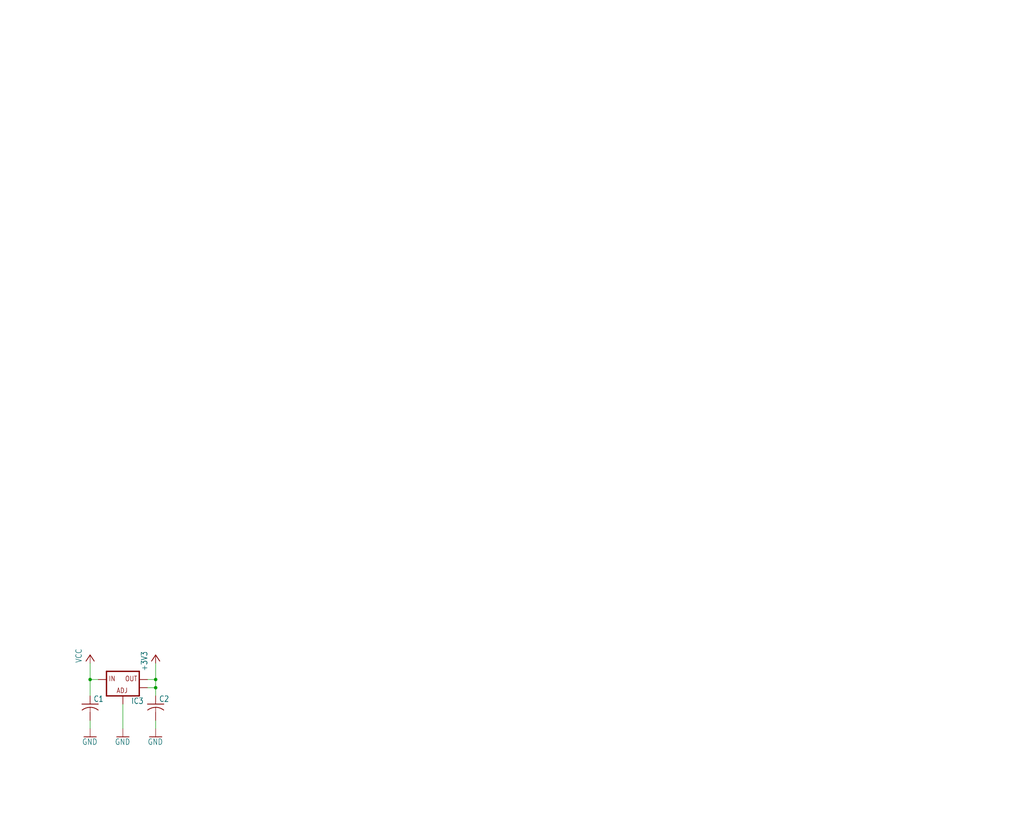
<source format=kicad_sch>
(kicad_sch
	(version 20231120)
	(generator "eeschema")
	(generator_version "8.0")
	(uuid "ce78243b-842f-4d35-9d62-4c035471743b")
	(paper "User" 317.5 254.127)
	(lib_symbols
		(symbol "Fake6523-eagle-import:+3V3"
			(power)
			(exclude_from_sim no)
			(in_bom yes)
			(on_board yes)
			(property "Reference" "#+3V3"
				(at 0 0 0)
				(effects
					(font
						(size 1.27 1.27)
					)
					(hide yes)
				)
			)
			(property "Value" "+3V3"
				(at -2.54 -5.08 90)
				(effects
					(font
						(size 1.778 1.5113)
					)
					(justify left bottom)
				)
			)
			(property "Footprint" ""
				(at 0 0 0)
				(effects
					(font
						(size 1.27 1.27)
					)
					(hide yes)
				)
			)
			(property "Datasheet" ""
				(at 0 0 0)
				(effects
					(font
						(size 1.27 1.27)
					)
					(hide yes)
				)
			)
			(property "Description" ""
				(at 0 0 0)
				(effects
					(font
						(size 1.27 1.27)
					)
					(hide yes)
				)
			)
			(property "ki_locked" ""
				(at 0 0 0)
				(effects
					(font
						(size 1.27 1.27)
					)
				)
			)
			(symbol "+3V3_1_0"
				(polyline
					(pts
						(xy 0 0) (xy -1.27 -1.905)
					)
					(stroke
						(width 0.254)
						(type solid)
					)
					(fill
						(type none)
					)
				)
				(polyline
					(pts
						(xy 1.27 -1.905) (xy 0 0)
					)
					(stroke
						(width 0.254)
						(type solid)
					)
					(fill
						(type none)
					)
				)
				(pin power_in line
					(at 0 -2.54 90)
					(length 2.54)
					(name "+3V3"
						(effects
							(font
								(size 0 0)
							)
						)
					)
					(number "1"
						(effects
							(font
								(size 0 0)
							)
						)
					)
				)
			)
		)
		(symbol "Fake6523-eagle-import:C-USC0805"
			(exclude_from_sim no)
			(in_bom yes)
			(on_board yes)
			(property "Reference" "C"
				(at 1.016 0.635 0)
				(effects
					(font
						(size 1.778 1.5113)
					)
					(justify left bottom)
				)
			)
			(property "Value" ""
				(at 1.016 -4.191 0)
				(effects
					(font
						(size 1.778 1.5113)
					)
					(justify left bottom)
				)
			)
			(property "Footprint" "Fake6523:C0805"
				(at 0 0 0)
				(effects
					(font
						(size 1.27 1.27)
					)
					(hide yes)
				)
			)
			(property "Datasheet" ""
				(at 0 0 0)
				(effects
					(font
						(size 1.27 1.27)
					)
					(hide yes)
				)
			)
			(property "Description" ""
				(at 0 0 0)
				(effects
					(font
						(size 1.27 1.27)
					)
					(hide yes)
				)
			)
			(property "ki_locked" ""
				(at 0 0 0)
				(effects
					(font
						(size 1.27 1.27)
					)
				)
			)
			(symbol "C-USC0805_1_0"
				(arc
					(start 0 -1.0161)
					(mid -1.302 -1.2303)
					(end -2.4668 -1.8504)
					(stroke
						(width 0.254)
						(type solid)
					)
					(fill
						(type none)
					)
				)
				(polyline
					(pts
						(xy -2.54 0) (xy 2.54 0)
					)
					(stroke
						(width 0.254)
						(type solid)
					)
					(fill
						(type none)
					)
				)
				(polyline
					(pts
						(xy 0 -1.016) (xy 0 -2.54)
					)
					(stroke
						(width 0.1524)
						(type solid)
					)
					(fill
						(type none)
					)
				)
				(arc
					(start 2.4892 -1.8541)
					(mid 1.3158 -1.2194)
					(end 0 -1)
					(stroke
						(width 0.254)
						(type solid)
					)
					(fill
						(type none)
					)
				)
				(pin passive line
					(at 0 2.54 270)
					(length 2.54)
					(name "1"
						(effects
							(font
								(size 0 0)
							)
						)
					)
					(number "1"
						(effects
							(font
								(size 0 0)
							)
						)
					)
				)
				(pin passive line
					(at 0 -5.08 90)
					(length 2.54)
					(name "2"
						(effects
							(font
								(size 0 0)
							)
						)
					)
					(number "2"
						(effects
							(font
								(size 0 0)
							)
						)
					)
				)
			)
		)
		(symbol "Fake6523-eagle-import:GND"
			(power)
			(exclude_from_sim no)
			(in_bom yes)
			(on_board yes)
			(property "Reference" "#GND"
				(at 0 0 0)
				(effects
					(font
						(size 1.27 1.27)
					)
					(hide yes)
				)
			)
			(property "Value" "GND"
				(at -2.54 -2.54 0)
				(effects
					(font
						(size 1.778 1.5113)
					)
					(justify left bottom)
				)
			)
			(property "Footprint" ""
				(at 0 0 0)
				(effects
					(font
						(size 1.27 1.27)
					)
					(hide yes)
				)
			)
			(property "Datasheet" ""
				(at 0 0 0)
				(effects
					(font
						(size 1.27 1.27)
					)
					(hide yes)
				)
			)
			(property "Description" ""
				(at 0 0 0)
				(effects
					(font
						(size 1.27 1.27)
					)
					(hide yes)
				)
			)
			(property "ki_locked" ""
				(at 0 0 0)
				(effects
					(font
						(size 1.27 1.27)
					)
				)
			)
			(symbol "GND_1_0"
				(polyline
					(pts
						(xy -1.905 0) (xy 1.905 0)
					)
					(stroke
						(width 0.254)
						(type solid)
					)
					(fill
						(type none)
					)
				)
				(pin power_in line
					(at 0 2.54 270)
					(length 2.54)
					(name "GND"
						(effects
							(font
								(size 0 0)
							)
						)
					)
					(number "1"
						(effects
							(font
								(size 0 0)
							)
						)
					)
				)
			)
		)
		(symbol "Fake6523-eagle-import:VCC"
			(power)
			(exclude_from_sim no)
			(in_bom yes)
			(on_board yes)
			(property "Reference" "#P+"
				(at 0 0 0)
				(effects
					(font
						(size 1.27 1.27)
					)
					(hide yes)
				)
			)
			(property "Value" "VCC"
				(at -2.54 -2.54 90)
				(effects
					(font
						(size 1.778 1.5113)
					)
					(justify left bottom)
				)
			)
			(property "Footprint" ""
				(at 0 0 0)
				(effects
					(font
						(size 1.27 1.27)
					)
					(hide yes)
				)
			)
			(property "Datasheet" ""
				(at 0 0 0)
				(effects
					(font
						(size 1.27 1.27)
					)
					(hide yes)
				)
			)
			(property "Description" ""
				(at 0 0 0)
				(effects
					(font
						(size 1.27 1.27)
					)
					(hide yes)
				)
			)
			(property "ki_locked" ""
				(at 0 0 0)
				(effects
					(font
						(size 1.27 1.27)
					)
				)
			)
			(symbol "VCC_1_0"
				(polyline
					(pts
						(xy 0 0) (xy -1.27 -1.905)
					)
					(stroke
						(width 0.254)
						(type solid)
					)
					(fill
						(type none)
					)
				)
				(polyline
					(pts
						(xy 1.27 -1.905) (xy 0 0)
					)
					(stroke
						(width 0.254)
						(type solid)
					)
					(fill
						(type none)
					)
				)
				(pin power_in line
					(at 0 -2.54 90)
					(length 2.54)
					(name "VCC"
						(effects
							(font
								(size 0 0)
							)
						)
					)
					(number "1"
						(effects
							(font
								(size 0 0)
							)
						)
					)
				)
			)
		)
		(symbol "Fake6523-eagle-import:V_REG_LM1117SOT223"
			(exclude_from_sim no)
			(in_bom yes)
			(on_board yes)
			(property "Reference" "IC"
				(at 2.54 -7.62 0)
				(effects
					(font
						(size 1.778 1.5113)
					)
					(justify left bottom)
				)
			)
			(property "Value" ""
				(at 2.54 -10.16 0)
				(effects
					(font
						(size 1.778 1.5113)
					)
					(justify left bottom)
				)
			)
			(property "Footprint" "Fake6523:SOT223"
				(at 0 0 0)
				(effects
					(font
						(size 1.27 1.27)
					)
					(hide yes)
				)
			)
			(property "Datasheet" ""
				(at 0 0 0)
				(effects
					(font
						(size 1.27 1.27)
					)
					(hide yes)
				)
			)
			(property "Description" ""
				(at 0 0 0)
				(effects
					(font
						(size 1.27 1.27)
					)
					(hide yes)
				)
			)
			(property "ki_locked" ""
				(at 0 0 0)
				(effects
					(font
						(size 1.27 1.27)
					)
				)
			)
			(symbol "V_REG_LM1117SOT223_1_0"
				(polyline
					(pts
						(xy -5.08 -5.08) (xy 5.08 -5.08)
					)
					(stroke
						(width 0.4064)
						(type solid)
					)
					(fill
						(type none)
					)
				)
				(polyline
					(pts
						(xy -5.08 2.54) (xy -5.08 -5.08)
					)
					(stroke
						(width 0.4064)
						(type solid)
					)
					(fill
						(type none)
					)
				)
				(polyline
					(pts
						(xy 5.08 -5.08) (xy 5.08 2.54)
					)
					(stroke
						(width 0.4064)
						(type solid)
					)
					(fill
						(type none)
					)
				)
				(polyline
					(pts
						(xy 5.08 2.54) (xy -5.08 2.54)
					)
					(stroke
						(width 0.4064)
						(type solid)
					)
					(fill
						(type none)
					)
				)
				(text "ADJ"
					(at -2.032 -4.318 0)
					(effects
						(font
							(size 1.524 1.2954)
						)
						(justify left bottom)
					)
				)
				(text "IN"
					(at -4.445 -0.635 0)
					(effects
						(font
							(size 1.524 1.2954)
						)
						(justify left bottom)
					)
				)
				(text "OUT"
					(at 0.635 -0.635 0)
					(effects
						(font
							(size 1.524 1.2954)
						)
						(justify left bottom)
					)
				)
				(pin input line
					(at 0 -7.62 90)
					(length 2.54)
					(name "ADJ"
						(effects
							(font
								(size 0 0)
							)
						)
					)
					(number "1"
						(effects
							(font
								(size 0 0)
							)
						)
					)
				)
				(pin output line
					(at 7.62 0 180)
					(length 2.54)
					(name "OUT"
						(effects
							(font
								(size 0 0)
							)
						)
					)
					(number "2"
						(effects
							(font
								(size 0 0)
							)
						)
					)
				)
				(pin input line
					(at -7.62 0 0)
					(length 2.54)
					(name "IN"
						(effects
							(font
								(size 0 0)
							)
						)
					)
					(number "3"
						(effects
							(font
								(size 0 0)
							)
						)
					)
				)
				(pin output line
					(at 7.62 -2.54 180)
					(length 2.54)
					(name "OUT@1"
						(effects
							(font
								(size 0 0)
							)
						)
					)
					(number "4"
						(effects
							(font
								(size 0 0)
							)
						)
					)
				)
			)
		)
	)
	(junction
		(at 48.26 213.36)
		(diameter 0)
		(color 0 0 0 0)
		(uuid "1fb7a65a-af8b-46dc-a684-2f95478a087e")
	)
	(junction
		(at 27.94 210.82)
		(diameter 0)
		(color 0 0 0 0)
		(uuid "23f568d3-7666-40c8-ae35-79f26eca418b")
	)
	(junction
		(at 48.26 210.82)
		(diameter 0)
		(color 0 0 0 0)
		(uuid "6dbe6b5a-9cc6-4034-bcc3-5ab353870c94")
	)
	(wire
		(pts
			(xy 45.72 213.36) (xy 48.26 213.36)
		)
		(stroke
			(width 0.1524)
			(type solid)
		)
		(uuid "0255d6fc-f078-4b66-9ef3-deb09bff1f4f")
	)
	(wire
		(pts
			(xy 27.94 223.52) (xy 27.94 226.06)
		)
		(stroke
			(width 0.1524)
			(type solid)
		)
		(uuid "0361a1a1-ba0f-4243-9802-878716c4325e")
	)
	(wire
		(pts
			(xy 48.26 223.52) (xy 48.26 226.06)
		)
		(stroke
			(width 0.1524)
			(type solid)
		)
		(uuid "078c4914-dc24-4dda-9c17-00323a58bed9")
	)
	(wire
		(pts
			(xy 38.1 218.44) (xy 38.1 226.06)
		)
		(stroke
			(width 0.1524)
			(type solid)
		)
		(uuid "4738418b-4021-404a-94e2-1128f64b8a40")
	)
	(wire
		(pts
			(xy 48.26 210.82) (xy 48.26 213.36)
		)
		(stroke
			(width 0.1524)
			(type solid)
		)
		(uuid "5b61ff67-d5f0-43d2-847b-8eac0275a903")
	)
	(wire
		(pts
			(xy 27.94 210.82) (xy 27.94 215.9)
		)
		(stroke
			(width 0.1524)
			(type solid)
		)
		(uuid "692ad0d2-ad5f-4a07-afff-97b60e87c922")
	)
	(wire
		(pts
			(xy 27.94 205.74) (xy 27.94 210.82)
		)
		(stroke
			(width 0.1524)
			(type solid)
		)
		(uuid "6eccaa6f-95ee-4339-af89-b09d40317b2b")
	)
	(wire
		(pts
			(xy 48.26 213.36) (xy 48.26 215.9)
		)
		(stroke
			(width 0.1524)
			(type solid)
		)
		(uuid "78e59c15-c8ea-47ae-91b5-a343084de037")
	)
	(wire
		(pts
			(xy 30.48 210.82) (xy 27.94 210.82)
		)
		(stroke
			(width 0.1524)
			(type solid)
		)
		(uuid "8c617ab0-9dd2-464c-952c-0e94568c3304")
	)
	(wire
		(pts
			(xy 48.26 205.74) (xy 48.26 210.82)
		)
		(stroke
			(width 0.1524)
			(type solid)
		)
		(uuid "d4ddd118-f2a9-4ac6-9bfa-2a54094b464c")
	)
	(wire
		(pts
			(xy 45.72 210.82) (xy 48.26 210.82)
		)
		(stroke
			(width 0.1524)
			(type solid)
		)
		(uuid "d54da480-7ef9-448d-a803-40947b9460f6")
	)
	(symbol
		(lib_id "Fake6523-eagle-import:V_REG_LM1117SOT223")
		(at 38.1 210.82 0)
		(unit 1)
		(exclude_from_sim no)
		(in_bom yes)
		(on_board yes)
		(dnp no)
		(uuid "1329c60e-e207-44b4-a82b-788eaa53ec28")
		(property "Reference" "IC3"
			(at 40.64 218.44 0)
			(effects
				(font
					(size 1.778 1.5113)
				)
				(justify left bottom)
			)
		)
		(property "Value" "V_REG_LM1117SOT223"
			(at 40.64 220.98 0)
			(effects
				(font
					(size 1.778 1.5113)
				)
				(justify left bottom)
				(hide yes)
			)
		)
		(property "Footprint" "Fake6523:SOT223"
			(at 38.1 210.82 0)
			(effects
				(font
					(size 1.27 1.27)
				)
				(hide yes)
			)
		)
		(property "Datasheet" ""
			(at 38.1 210.82 0)
			(effects
				(font
					(size 1.27 1.27)
				)
				(hide yes)
			)
		)
		(property "Description" ""
			(at 38.1 210.82 0)
			(effects
				(font
					(size 1.27 1.27)
				)
				(hide yes)
			)
		)
		(pin "1"
			(uuid "9955af68-dac7-4003-abd5-eb8514e17253")
		)
		(pin "2"
			(uuid "d23a6b4b-57fa-42f6-8602-a1b3ed8542be")
		)
		(pin "3"
			(uuid "4ce9d433-bdc5-4675-bd6a-b638d80bf68b")
		)
		(pin "4"
			(uuid "6beb783c-2b7d-4d53-9af4-583c0bca67e4")
		)
		(instances
			(project "Fake6523"
				(path "/18f69951-f40c-4bae-af51-326edd25d952/3bd3bbab-354b-4a59-853b-90fd2e225818"
					(reference "IC3")
					(unit 1)
				)
			)
		)
	)
	(symbol
		(lib_id "Fake6523-eagle-import:C-USC0805")
		(at 27.94 218.44 0)
		(unit 1)
		(exclude_from_sim no)
		(in_bom yes)
		(on_board yes)
		(dnp no)
		(uuid "261d0645-a036-45c3-b0f7-8597909d08c0")
		(property "Reference" "C1"
			(at 28.956 217.805 0)
			(effects
				(font
					(size 1.778 1.5113)
				)
				(justify left bottom)
			)
		)
		(property "Value" "C-USC0805"
			(at 28.956 222.631 0)
			(effects
				(font
					(size 1.778 1.5113)
				)
				(justify left bottom)
				(hide yes)
			)
		)
		(property "Footprint" "Fake6523:C0805"
			(at 27.94 218.44 0)
			(effects
				(font
					(size 1.27 1.27)
				)
				(hide yes)
			)
		)
		(property "Datasheet" ""
			(at 27.94 218.44 0)
			(effects
				(font
					(size 1.27 1.27)
				)
				(hide yes)
			)
		)
		(property "Description" ""
			(at 27.94 218.44 0)
			(effects
				(font
					(size 1.27 1.27)
				)
				(hide yes)
			)
		)
		(pin "1"
			(uuid "957e34c2-5f72-4766-8a00-da6088152888")
		)
		(pin "2"
			(uuid "b4d3c090-e87c-4be9-ba6a-87ada0235478")
		)
		(instances
			(project "Fake6523"
				(path "/18f69951-f40c-4bae-af51-326edd25d952/3bd3bbab-354b-4a59-853b-90fd2e225818"
					(reference "C1")
					(unit 1)
				)
			)
		)
	)
	(symbol
		(lib_id "Fake6523-eagle-import:GND")
		(at 38.1 228.6 0)
		(unit 1)
		(exclude_from_sim no)
		(in_bom yes)
		(on_board yes)
		(dnp no)
		(uuid "4127d423-39b6-440e-81a9-582805d9ef70")
		(property "Reference" "#GND10"
			(at 38.1 228.6 0)
			(effects
				(font
					(size 1.27 1.27)
				)
				(hide yes)
			)
		)
		(property "Value" "GND"
			(at 35.56 231.14 0)
			(effects
				(font
					(size 1.778 1.5113)
				)
				(justify left bottom)
			)
		)
		(property "Footprint" ""
			(at 38.1 228.6 0)
			(effects
				(font
					(size 1.27 1.27)
				)
				(hide yes)
			)
		)
		(property "Datasheet" ""
			(at 38.1 228.6 0)
			(effects
				(font
					(size 1.27 1.27)
				)
				(hide yes)
			)
		)
		(property "Description" ""
			(at 38.1 228.6 0)
			(effects
				(font
					(size 1.27 1.27)
				)
				(hide yes)
			)
		)
		(pin "1"
			(uuid "03f44516-7391-4302-8b20-3acd52c67507")
		)
		(instances
			(project "Fake6523"
				(path "/18f69951-f40c-4bae-af51-326edd25d952/3bd3bbab-354b-4a59-853b-90fd2e225818"
					(reference "#GND10")
					(unit 1)
				)
			)
		)
	)
	(symbol
		(lib_id "Fake6523-eagle-import:GND")
		(at 48.26 228.6 0)
		(unit 1)
		(exclude_from_sim no)
		(in_bom yes)
		(on_board yes)
		(dnp no)
		(uuid "51f32707-6625-4b0b-98b1-5d3066a49a74")
		(property "Reference" "#GND8"
			(at 48.26 228.6 0)
			(effects
				(font
					(size 1.27 1.27)
				)
				(hide yes)
			)
		)
		(property "Value" "GND"
			(at 45.72 231.14 0)
			(effects
				(font
					(size 1.778 1.5113)
				)
				(justify left bottom)
			)
		)
		(property "Footprint" ""
			(at 48.26 228.6 0)
			(effects
				(font
					(size 1.27 1.27)
				)
				(hide yes)
			)
		)
		(property "Datasheet" ""
			(at 48.26 228.6 0)
			(effects
				(font
					(size 1.27 1.27)
				)
				(hide yes)
			)
		)
		(property "Description" ""
			(at 48.26 228.6 0)
			(effects
				(font
					(size 1.27 1.27)
				)
				(hide yes)
			)
		)
		(pin "1"
			(uuid "10d04998-f13e-4021-a4d9-935f93c18e76")
		)
		(instances
			(project "Fake6523"
				(path "/18f69951-f40c-4bae-af51-326edd25d952/3bd3bbab-354b-4a59-853b-90fd2e225818"
					(reference "#GND8")
					(unit 1)
				)
			)
		)
	)
	(symbol
		(lib_id "Fake6523-eagle-import:+3V3")
		(at 48.26 203.2 0)
		(unit 1)
		(exclude_from_sim no)
		(in_bom yes)
		(on_board yes)
		(dnp no)
		(uuid "53799942-652c-44e5-9b12-acf69afbedb2")
		(property "Reference" "#+3V8"
			(at 48.26 203.2 0)
			(effects
				(font
					(size 1.27 1.27)
				)
				(hide yes)
			)
		)
		(property "Value" "+3V3"
			(at 45.72 208.28 90)
			(effects
				(font
					(size 1.778 1.5113)
				)
				(justify left bottom)
			)
		)
		(property "Footprint" ""
			(at 48.26 203.2 0)
			(effects
				(font
					(size 1.27 1.27)
				)
				(hide yes)
			)
		)
		(property "Datasheet" ""
			(at 48.26 203.2 0)
			(effects
				(font
					(size 1.27 1.27)
				)
				(hide yes)
			)
		)
		(property "Description" ""
			(at 48.26 203.2 0)
			(effects
				(font
					(size 1.27 1.27)
				)
				(hide yes)
			)
		)
		(pin "1"
			(uuid "f5c7522a-57a1-475b-8231-b82918252063")
		)
		(instances
			(project "Fake6523"
				(path "/18f69951-f40c-4bae-af51-326edd25d952/3bd3bbab-354b-4a59-853b-90fd2e225818"
					(reference "#+3V8")
					(unit 1)
				)
			)
		)
	)
	(symbol
		(lib_id "Fake6523-eagle-import:C-USC0805")
		(at 48.26 218.44 0)
		(unit 1)
		(exclude_from_sim no)
		(in_bom yes)
		(on_board yes)
		(dnp no)
		(uuid "6d39f502-c77f-4893-97cf-39ad55392b74")
		(property "Reference" "C2"
			(at 49.276 217.805 0)
			(effects
				(font
					(size 1.778 1.5113)
				)
				(justify left bottom)
			)
		)
		(property "Value" "C-USC0805"
			(at 49.276 222.631 0)
			(effects
				(font
					(size 1.778 1.5113)
				)
				(justify left bottom)
				(hide yes)
			)
		)
		(property "Footprint" "Fake6523:C0805"
			(at 48.26 218.44 0)
			(effects
				(font
					(size 1.27 1.27)
				)
				(hide yes)
			)
		)
		(property "Datasheet" ""
			(at 48.26 218.44 0)
			(effects
				(font
					(size 1.27 1.27)
				)
				(hide yes)
			)
		)
		(property "Description" ""
			(at 48.26 218.44 0)
			(effects
				(font
					(size 1.27 1.27)
				)
				(hide yes)
			)
		)
		(pin "1"
			(uuid "423d5af0-7715-4fc0-83dc-40470760545d")
		)
		(pin "2"
			(uuid "3c0b841c-394c-4512-b295-b54b92bcd161")
		)
		(instances
			(project "Fake6523"
				(path "/18f69951-f40c-4bae-af51-326edd25d952/3bd3bbab-354b-4a59-853b-90fd2e225818"
					(reference "C2")
					(unit 1)
				)
			)
		)
	)
	(symbol
		(lib_id "Fake6523-eagle-import:GND")
		(at 27.94 228.6 0)
		(unit 1)
		(exclude_from_sim no)
		(in_bom yes)
		(on_board yes)
		(dnp no)
		(uuid "793c98d4-66bf-4e86-b506-8e1bbd479455")
		(property "Reference" "#GND9"
			(at 27.94 228.6 0)
			(effects
				(font
					(size 1.27 1.27)
				)
				(hide yes)
			)
		)
		(property "Value" "GND"
			(at 25.4 231.14 0)
			(effects
				(font
					(size 1.778 1.5113)
				)
				(justify left bottom)
			)
		)
		(property "Footprint" ""
			(at 27.94 228.6 0)
			(effects
				(font
					(size 1.27 1.27)
				)
				(hide yes)
			)
		)
		(property "Datasheet" ""
			(at 27.94 228.6 0)
			(effects
				(font
					(size 1.27 1.27)
				)
				(hide yes)
			)
		)
		(property "Description" ""
			(at 27.94 228.6 0)
			(effects
				(font
					(size 1.27 1.27)
				)
				(hide yes)
			)
		)
		(pin "1"
			(uuid "8c2d4a5c-775e-4df0-b442-a31f83f2773f")
		)
		(instances
			(project "Fake6523"
				(path "/18f69951-f40c-4bae-af51-326edd25d952/3bd3bbab-354b-4a59-853b-90fd2e225818"
					(reference "#GND9")
					(unit 1)
				)
			)
		)
	)
	(symbol
		(lib_id "Fake6523-eagle-import:VCC")
		(at 27.94 203.2 0)
		(unit 1)
		(exclude_from_sim no)
		(in_bom yes)
		(on_board yes)
		(dnp no)
		(uuid "9da60092-0249-4fb9-a2b6-75d709855661")
		(property "Reference" "#P+1"
			(at 27.94 203.2 0)
			(effects
				(font
					(size 1.27 1.27)
				)
				(hide yes)
			)
		)
		(property "Value" "VCC"
			(at 25.4 205.74 90)
			(effects
				(font
					(size 1.778 1.5113)
				)
				(justify left bottom)
			)
		)
		(property "Footprint" ""
			(at 27.94 203.2 0)
			(effects
				(font
					(size 1.27 1.27)
				)
				(hide yes)
			)
		)
		(property "Datasheet" ""
			(at 27.94 203.2 0)
			(effects
				(font
					(size 1.27 1.27)
				)
				(hide yes)
			)
		)
		(property "Description" ""
			(at 27.94 203.2 0)
			(effects
				(font
					(size 1.27 1.27)
				)
				(hide yes)
			)
		)
		(pin "1"
			(uuid "667654bc-1aa4-4692-9970-673d0cd37a6e")
		)
		(instances
			(project "Fake6523"
				(path "/18f69951-f40c-4bae-af51-326edd25d952/3bd3bbab-354b-4a59-853b-90fd2e225818"
					(reference "#P+1")
					(unit 1)
				)
			)
		)
	)
)

</source>
